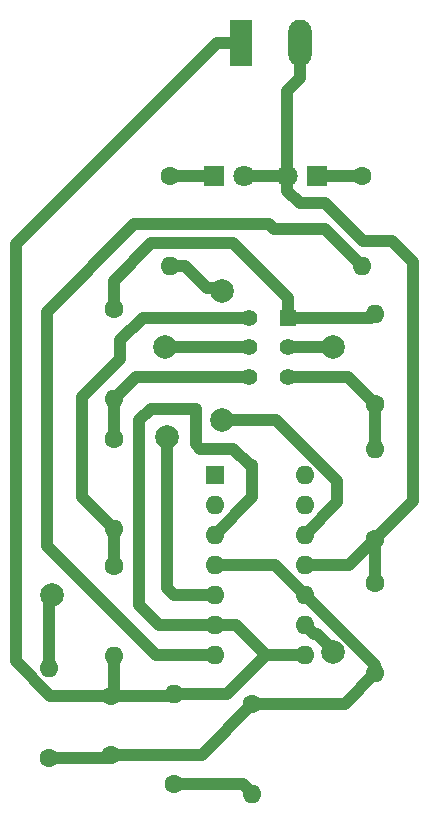
<source format=gbl>
G04 #@! TF.GenerationSoftware,KiCad,Pcbnew,(5.0.1)-3*
G04 #@! TF.CreationDate,2018-11-23T12:12:28-02:00*
G04 #@! TF.ProjectId,ponta-de-prova-logica-simplificada,706F6E74612D64652D70726F76612D6C,rev?*
G04 #@! TF.SameCoordinates,Original*
G04 #@! TF.FileFunction,Copper,L2,Bot,Signal*
G04 #@! TF.FilePolarity,Positive*
%FSLAX46Y46*%
G04 Gerber Fmt 4.6, Leading zero omitted, Abs format (unit mm)*
G04 Created by KiCad (PCBNEW (5.0.1)-3) date 23/11/2018 12:12:28*
%MOMM*%
%LPD*%
G01*
G04 APERTURE LIST*
G04 #@! TA.AperFunction,ComponentPad*
%ADD10C,1.600000*%
G04 #@! TD*
G04 #@! TA.AperFunction,ComponentPad*
%ADD11C,1.800000*%
G04 #@! TD*
G04 #@! TA.AperFunction,ComponentPad*
%ADD12R,1.800000X1.800000*%
G04 #@! TD*
G04 #@! TA.AperFunction,ComponentPad*
%ADD13C,2.000000*%
G04 #@! TD*
G04 #@! TA.AperFunction,ComponentPad*
%ADD14O,1.980000X3.960000*%
G04 #@! TD*
G04 #@! TA.AperFunction,ComponentPad*
%ADD15R,1.980000X3.960000*%
G04 #@! TD*
G04 #@! TA.AperFunction,ComponentPad*
%ADD16O,1.600000X1.600000*%
G04 #@! TD*
G04 #@! TA.AperFunction,ComponentPad*
%ADD17C,1.400000*%
G04 #@! TD*
G04 #@! TA.AperFunction,ComponentPad*
%ADD18R,1.400000X1.400000*%
G04 #@! TD*
G04 #@! TA.AperFunction,ComponentPad*
%ADD19R,1.600000X1.600000*%
G04 #@! TD*
G04 #@! TA.AperFunction,ComponentPad*
%ADD20C,1.998980*%
G04 #@! TD*
G04 #@! TA.AperFunction,ViaPad*
%ADD21C,0.600000*%
G04 #@! TD*
G04 #@! TA.AperFunction,Conductor*
%ADD22C,1.000000*%
G04 #@! TD*
G04 APERTURE END LIST*
D10*
G04 #@! TO.P,C1,2*
G04 #@! TO.N,GND*
X180000000Y-115500000D03*
G04 #@! TO.P,C1,1*
G04 #@! TO.N,Net-(C1-Pad1)*
X180000000Y-120500000D03*
G04 #@! TD*
D11*
G04 #@! TO.P,D1,2*
G04 #@! TO.N,+5V*
X194960000Y-71500000D03*
D12*
G04 #@! TO.P,D1,1*
G04 #@! TO.N,Net-(D1-Pad1)*
X197500000Y-71500000D03*
G04 #@! TD*
G04 #@! TO.P,D2,1*
G04 #@! TO.N,Net-(D2-Pad1)*
X188750000Y-71500000D03*
D11*
G04 #@! TO.P,D2,2*
G04 #@! TO.N,+5V*
X191290000Y-71500000D03*
G04 #@! TD*
D13*
G04 #@! TO.P,J1,1*
G04 #@! TO.N,Net-(J1-Pad1)*
X175000000Y-107000000D03*
G04 #@! TD*
D14*
G04 #@! TO.P,J2,2*
G04 #@! TO.N,+5V*
X196000000Y-60250000D03*
D15*
G04 #@! TO.P,J2,1*
G04 #@! TO.N,GND*
X191000000Y-60250000D03*
G04 #@! TD*
D10*
G04 #@! TO.P,R1,1*
G04 #@! TO.N,+5V*
X202400000Y-102200000D03*
D16*
G04 #@! TO.P,R1,2*
G04 #@! TO.N,Net-(R1-Pad2)*
X202400000Y-94580000D03*
G04 #@! TD*
G04 #@! TO.P,R2,2*
G04 #@! TO.N,Net-(C1-Pad1)*
X202400000Y-113620000D03*
D10*
G04 #@! TO.P,R2,1*
G04 #@! TO.N,+5V*
X202400000Y-106000000D03*
G04 #@! TD*
G04 #@! TO.P,R3,1*
G04 #@! TO.N,Net-(D1-Pad1)*
X201250000Y-71500000D03*
D16*
G04 #@! TO.P,R3,2*
G04 #@! TO.N,Net-(R3-Pad2)*
X201250000Y-79120000D03*
G04 #@! TD*
D10*
G04 #@! TO.P,R4,1*
G04 #@! TO.N,Net-(R1-Pad2)*
X202400000Y-90800000D03*
D16*
G04 #@! TO.P,R4,2*
G04 #@! TO.N,Net-(R4-Pad2)*
X202400000Y-83180000D03*
G04 #@! TD*
G04 #@! TO.P,R5,2*
G04 #@! TO.N,Net-(R5-Pad2)*
X180250000Y-90370000D03*
D10*
G04 #@! TO.P,R5,1*
G04 #@! TO.N,Net-(R4-Pad2)*
X180250000Y-82750000D03*
G04 #@! TD*
D16*
G04 #@! TO.P,R6,2*
G04 #@! TO.N,Net-(J1-Pad1)*
X174750000Y-113130000D03*
D10*
G04 #@! TO.P,R6,1*
G04 #@! TO.N,Net-(C1-Pad1)*
X174750000Y-120750000D03*
G04 #@! TD*
G04 #@! TO.P,R7,1*
G04 #@! TO.N,Net-(D2-Pad1)*
X185000000Y-71500000D03*
D16*
G04 #@! TO.P,R7,2*
G04 #@! TO.N,Net-(R7-Pad2)*
X185000000Y-79120000D03*
G04 #@! TD*
G04 #@! TO.P,R8,2*
G04 #@! TO.N,Net-(R8-Pad2)*
X180250000Y-101370000D03*
D10*
G04 #@! TO.P,R8,1*
G04 #@! TO.N,Net-(R5-Pad2)*
X180250000Y-93750000D03*
G04 #@! TD*
D16*
G04 #@! TO.P,R9,2*
G04 #@! TO.N,GND*
X180250000Y-112120000D03*
D10*
G04 #@! TO.P,R9,1*
G04 #@! TO.N,Net-(R8-Pad2)*
X180250000Y-104500000D03*
G04 #@! TD*
D16*
G04 #@! TO.P,R10,2*
G04 #@! TO.N,Net-(R10-Pad2)*
X192000000Y-123820000D03*
D10*
G04 #@! TO.P,R10,1*
G04 #@! TO.N,Net-(C1-Pad1)*
X192000000Y-116200000D03*
G04 #@! TD*
G04 #@! TO.P,R11,1*
G04 #@! TO.N,Net-(R10-Pad2)*
X185400000Y-123000000D03*
D16*
G04 #@! TO.P,R11,2*
G04 #@! TO.N,GND*
X185400000Y-115380000D03*
G04 #@! TD*
D17*
G04 #@! TO.P,TTL1,6*
G04 #@! TO.N,Net-(R5-Pad2)*
X191700000Y-88500000D03*
G04 #@! TO.P,TTL1,5*
G04 #@! TO.N,Net-(TTL1-Pad5)*
X191700000Y-86000000D03*
G04 #@! TO.P,TTL1,4*
G04 #@! TO.N,Net-(R8-Pad2)*
X191700000Y-83500000D03*
G04 #@! TO.P,TTL1,3*
G04 #@! TO.N,Net-(R1-Pad2)*
X195000000Y-88500000D03*
G04 #@! TO.P,TTL1,2*
G04 #@! TO.N,Net-(TTL1-Pad2)*
X195000000Y-86000000D03*
D18*
G04 #@! TO.P,TTL1,1*
G04 #@! TO.N,Net-(R4-Pad2)*
X195000000Y-83500000D03*
G04 #@! TD*
D16*
G04 #@! TO.P,U1,14*
G04 #@! TO.N,Net-(U1-Pad14)*
X196420000Y-96800000D03*
G04 #@! TO.P,U1,7*
G04 #@! TO.N,Net-(R3-Pad2)*
X188800000Y-112040000D03*
G04 #@! TO.P,U1,13*
G04 #@! TO.N,Net-(U1-Pad13)*
X196420000Y-99340000D03*
G04 #@! TO.P,U1,6*
G04 #@! TO.N,GND*
X188800000Y-109500000D03*
G04 #@! TO.P,U1,12*
G04 #@! TO.N,Net-(R7-Pad2)*
X196420000Y-101880000D03*
G04 #@! TO.P,U1,5*
G04 #@! TO.N,Net-(TTL1-Pad5)*
X188800000Y-106960000D03*
G04 #@! TO.P,U1,11*
G04 #@! TO.N,+5V*
X196420000Y-104420000D03*
G04 #@! TO.P,U1,4*
G04 #@! TO.N,Net-(C1-Pad1)*
X188800000Y-104420000D03*
G04 #@! TO.P,U1,10*
X196420000Y-106960000D03*
G04 #@! TO.P,U1,3*
G04 #@! TO.N,GND*
X188800000Y-101880000D03*
G04 #@! TO.P,U1,9*
G04 #@! TO.N,Net-(TTL1-Pad2)*
X196420000Y-109500000D03*
G04 #@! TO.P,U1,2*
G04 #@! TO.N,Net-(U1-Pad2)*
X188800000Y-99340000D03*
G04 #@! TO.P,U1,8*
G04 #@! TO.N,GND*
X196420000Y-112040000D03*
D19*
G04 #@! TO.P,U1,1*
G04 #@! TO.N,Net-(U1-Pad1)*
X188800000Y-96800000D03*
G04 #@! TD*
D20*
G04 #@! TO.P,REF\002A\002A,1*
G04 #@! TO.N,N/C*
X198800000Y-111800000D03*
G04 #@! TD*
G04 #@! TO.P,REF\002A\002A,1*
G04 #@! TO.N,N/C*
X198800000Y-86000000D03*
G04 #@! TD*
G04 #@! TO.P,REF\002A\002A,1*
G04 #@! TO.N,N/C*
X184800000Y-93600000D03*
G04 #@! TD*
G04 #@! TO.P,REF\002A\002A,1*
G04 #@! TO.N,N/C*
X184600000Y-86000000D03*
G04 #@! TD*
G04 #@! TO.P,REF\002A\002A,1*
G04 #@! TO.N,N/C*
X189400000Y-92200000D03*
G04 #@! TD*
G04 #@! TO.P,REF\002A\002A,1*
G04 #@! TO.N,N/C*
X189400000Y-81200000D03*
G04 #@! TD*
D21*
G04 #@! TO.N,Net-(R7-Pad2)*
X189400000Y-92200000D03*
X189200000Y-81000000D03*
G04 #@! TO.N,Net-(TTL1-Pad5)*
X184800000Y-93800000D03*
X184600000Y-86000000D03*
G04 #@! TO.N,Net-(TTL1-Pad2)*
X198600000Y-86000000D03*
X198600000Y-111400000D03*
G04 #@! TD*
D22*
G04 #@! TO.N,GND*
X185400000Y-115380000D02*
X189820000Y-115380000D01*
X193160000Y-112040000D02*
X196420000Y-112040000D01*
X189820000Y-115380000D02*
X193160000Y-112040000D01*
X190620000Y-109500000D02*
X193160000Y-112040000D01*
X188800000Y-109500000D02*
X190620000Y-109500000D01*
X180250000Y-115250000D02*
X180000000Y-115500000D01*
X180250000Y-112120000D02*
X180250000Y-115250000D01*
X185280000Y-115500000D02*
X185400000Y-115380000D01*
X180000000Y-115500000D02*
X185280000Y-115500000D01*
X189010000Y-60250000D02*
X172000000Y-77260000D01*
X191000000Y-60250000D02*
X189010000Y-60250000D01*
X178868630Y-115500000D02*
X180000000Y-115500000D01*
X174899998Y-115500000D02*
X178868630Y-115500000D01*
X172000000Y-112600002D02*
X174899998Y-115500000D01*
X172000000Y-77260000D02*
X172000000Y-112600002D01*
X188800000Y-101880000D02*
X192000000Y-98680000D01*
X192000000Y-98680000D02*
X192000000Y-96000000D01*
X187200000Y-91200000D02*
X183400000Y-91200000D01*
X183400000Y-91200000D02*
X182400000Y-92200000D01*
X182400000Y-92200000D02*
X182400000Y-107800000D01*
X184100000Y-109500000D02*
X188800000Y-109500000D01*
X182400000Y-107800000D02*
X184100000Y-109500000D01*
X192000000Y-96000000D02*
X191800000Y-96000000D01*
X191800000Y-96000000D02*
X190400000Y-94600000D01*
X190400000Y-94600000D02*
X187600000Y-94600000D01*
X187200000Y-94200000D02*
X187200000Y-91200000D01*
X187600000Y-94600000D02*
X187200000Y-94200000D01*
G04 #@! TO.N,Net-(C1-Pad1)*
X202400000Y-112940000D02*
X202400000Y-113620000D01*
X196420000Y-106960000D02*
X202400000Y-112940000D01*
X199820000Y-116200000D02*
X202400000Y-113620000D01*
X192000000Y-116200000D02*
X199820000Y-116200000D01*
X179750000Y-120750000D02*
X180000000Y-120500000D01*
X174750000Y-120750000D02*
X179750000Y-120750000D01*
X187700000Y-120500000D02*
X192000000Y-116200000D01*
X180000000Y-120500000D02*
X187700000Y-120500000D01*
X193880000Y-104420000D02*
X196420000Y-106960000D01*
X188800000Y-104420000D02*
X193880000Y-104420000D01*
G04 #@! TO.N,+5V*
X194960000Y-71500000D02*
X191290000Y-71500000D01*
X194960000Y-70227208D02*
X194960000Y-71500000D01*
X194960000Y-64270000D02*
X194960000Y-70227208D01*
X196000000Y-63230000D02*
X194960000Y-64270000D01*
X196000000Y-60250000D02*
X196000000Y-63230000D01*
X200180000Y-104420000D02*
X202400000Y-102200000D01*
X196420000Y-104420000D02*
X200180000Y-104420000D01*
X202400000Y-102200000D02*
X202400000Y-106000000D01*
X194960000Y-72772792D02*
X196000000Y-73812792D01*
X194960000Y-71500000D02*
X194960000Y-72772792D01*
X198162794Y-73812792D02*
X201350002Y-77000000D01*
X196000000Y-73812792D02*
X198162794Y-73812792D01*
X201350002Y-77000000D02*
X203800000Y-77000000D01*
X203800000Y-77000000D02*
X205600000Y-78800000D01*
X205600000Y-99000000D02*
X202400000Y-102200000D01*
X205600000Y-78800000D02*
X205600000Y-99000000D01*
G04 #@! TO.N,Net-(D1-Pad1)*
X197500000Y-71500000D02*
X201250000Y-71500000D01*
G04 #@! TO.N,Net-(D2-Pad1)*
X188750000Y-71500000D02*
X185000000Y-71500000D01*
G04 #@! TO.N,Net-(J1-Pad1)*
X174750000Y-107250000D02*
X175000000Y-107000000D01*
X174750000Y-113130000D02*
X174750000Y-107250000D01*
G04 #@! TO.N,Net-(R1-Pad2)*
X200100000Y-88500000D02*
X202400000Y-90800000D01*
X195000000Y-88500000D02*
X200100000Y-88500000D01*
X202400000Y-90800000D02*
X202400000Y-94580000D01*
G04 #@! TO.N,Net-(R3-Pad2)*
X183840000Y-112040000D02*
X188800000Y-112040000D01*
X174600000Y-102800000D02*
X177400000Y-105600000D01*
X174600000Y-83000000D02*
X174600000Y-102800000D01*
X182000000Y-75600000D02*
X174600000Y-83000000D01*
X177400000Y-105600000D02*
X183840000Y-112040000D01*
X176800000Y-105000000D02*
X177400000Y-105600000D01*
X201250000Y-79120000D02*
X198129991Y-75999991D01*
X198129991Y-75999991D02*
X193799991Y-75999991D01*
X193799991Y-75999991D02*
X193400000Y-75600000D01*
X193400000Y-75600000D02*
X182000000Y-75600000D01*
G04 #@! TO.N,Net-(R4-Pad2)*
X202080000Y-83500000D02*
X202400000Y-83180000D01*
X195000000Y-83500000D02*
X202080000Y-83500000D01*
X195000000Y-81800000D02*
X195000000Y-83500000D01*
X190400000Y-77200000D02*
X195000000Y-81800000D01*
X183400000Y-77200000D02*
X190400000Y-77200000D01*
X180250000Y-80350000D02*
X183400000Y-77200000D01*
X180250000Y-82750000D02*
X180250000Y-80350000D01*
G04 #@! TO.N,Net-(R5-Pad2)*
X180250000Y-93750000D02*
X180250000Y-90370000D01*
X182120000Y-88500000D02*
X180250000Y-90370000D01*
X191700000Y-88500000D02*
X182120000Y-88500000D01*
G04 #@! TO.N,Net-(R7-Pad2)*
X185000000Y-79120000D02*
X186320000Y-79120000D01*
X186320000Y-79120000D02*
X188200000Y-81000000D01*
X188200000Y-81000000D02*
X189200000Y-81000000D01*
X196420000Y-101880000D02*
X199200000Y-99100000D01*
X199200000Y-99100000D02*
X199200000Y-97359998D01*
X199200000Y-97359998D02*
X194040002Y-92200000D01*
X194040002Y-92200000D02*
X189400000Y-92200000D01*
X189400000Y-92200000D02*
X189400000Y-92200000D01*
X189200000Y-81000000D02*
X189200000Y-81000000D01*
G04 #@! TO.N,Net-(R8-Pad2)*
X180250000Y-104500000D02*
X180250000Y-101370000D01*
X177600000Y-98720000D02*
X180250000Y-101370000D01*
X177600000Y-90200000D02*
X177600000Y-98720000D01*
X180800000Y-87000000D02*
X177600000Y-90200000D01*
X180800000Y-85400000D02*
X180800000Y-87000000D01*
X191700000Y-83500000D02*
X182700000Y-83500000D01*
X182700000Y-83500000D02*
X180800000Y-85400000D01*
G04 #@! TO.N,Net-(R10-Pad2)*
X191180000Y-123000000D02*
X192000000Y-123820000D01*
X185400000Y-123000000D02*
X191180000Y-123000000D01*
G04 #@! TO.N,Net-(TTL1-Pad5)*
X191700000Y-86000000D02*
X184600000Y-86000000D01*
X188800000Y-106960000D02*
X185360000Y-106960000D01*
X185360000Y-106960000D02*
X184800000Y-106400000D01*
X184800000Y-106400000D02*
X184800000Y-93800000D01*
X184800000Y-93800000D02*
X184800000Y-93800000D01*
X184600000Y-86000000D02*
X184600000Y-86000000D01*
G04 #@! TO.N,Net-(TTL1-Pad2)*
X195000000Y-86000000D02*
X195989949Y-86000000D01*
X195989949Y-86000000D02*
X198600000Y-86000000D01*
X197219999Y-110299999D02*
X197499999Y-110299999D01*
X196420000Y-109500000D02*
X197219999Y-110299999D01*
X197499999Y-110299999D02*
X198600000Y-111400000D01*
X198600000Y-86000000D02*
X198600000Y-86000000D01*
X198600000Y-111400000D02*
X198600000Y-111400000D01*
G04 #@! TD*
M02*

</source>
